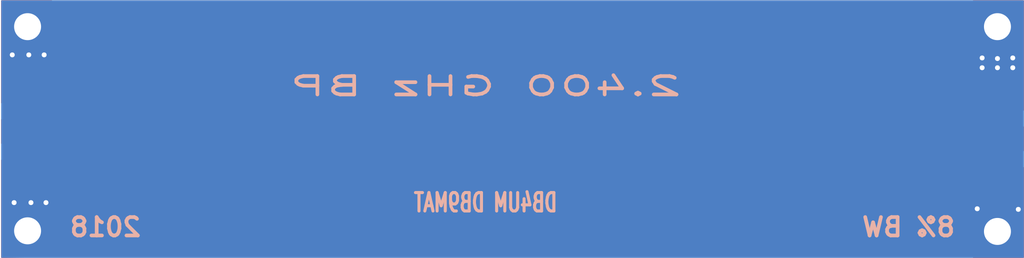
<source format=kicad_pcb>
(kicad_pcb (version 4) (host pcbnew 4.0.7-e2-6376~58~ubuntu16.04.1)

  (general
    (links 12)
    (no_connects 4)
    (area 83.235714 83.1 191.164286 109.825)
    (thickness 1.6)
    (drawings 10)
    (tracks 80)
    (zones 0)
    (modules 10)
    (nets 7)
  )

  (page A4)
  (layers
    (0 F.Cu signal)
    (31 B.Cu signal hide)
    (32 B.Adhes user hide)
    (33 F.Adhes user hide)
    (34 B.Paste user hide)
    (35 F.Paste user hide)
    (36 B.SilkS user hide)
    (37 F.SilkS user hide)
    (38 B.Mask user hide)
    (39 F.Mask user hide)
    (40 Dwgs.User user hide)
    (41 Cmts.User user hide)
    (42 Eco1.User user hide)
    (43 Eco2.User user hide)
    (44 Edge.Cuts user hide)
    (45 Margin user hide)
    (46 B.CrtYd user hide)
    (47 F.CrtYd user hide)
    (48 B.Fab user hide)
    (49 F.Fab user hide)
  )

  (setup
    (last_trace_width 0.25)
    (trace_clearance 0.2)
    (zone_clearance 0)
    (zone_45_only no)
    (trace_min 0.2)
    (segment_width 0.2)
    (edge_width 0.00001)
    (via_size 0.6)
    (via_drill 0.4)
    (via_min_size 0.4)
    (via_min_drill 0.3)
    (uvia_size 0.3)
    (uvia_drill 0.1)
    (uvias_allowed no)
    (uvia_min_size 0.2)
    (uvia_min_drill 0.1)
    (pcb_text_width 0.3)
    (pcb_text_size 1.5 1.5)
    (mod_edge_width 0.15)
    (mod_text_size 1 1)
    (mod_text_width 0.15)
    (pad_size 3.8 3.8)
    (pad_drill 2.2)
    (pad_to_mask_clearance 0.2)
    (aux_axis_origin 0 0)
    (visible_elements FFFFFF7F)
    (pcbplotparams
      (layerselection 0x00000_00000001)
      (usegerberextensions false)
      (excludeedgelayer true)
      (linewidth 0.100000)
      (plotframeref false)
      (viasonmask false)
      (mode 1)
      (useauxorigin false)
      (hpglpennumber 1)
      (hpglpenspeed 20)
      (hpglpendiameter 15)
      (hpglpenoverlay 2)
      (psnegative false)
      (psa4output false)
      (plotreference true)
      (plotvalue true)
      (plotinvisibletext false)
      (padsonsilk false)
      (subtractmaskfromsilk false)
      (outputformat 1)
      (mirror false)
      (drillshape 0)
      (scaleselection 1)
      (outputdirectory ../../../../Desktop/bp/))
  )

  (net 0 "")
  (net 1 "Net-(J1-Pad1)")
  (net 2 "Net-(bp1-Pad2)")
  (net 3 "Net-(bp2-Pad2)")
  (net 4 "Net-(bp3-Pad2)")
  (net 5 "Net-(J2-Pad1)")
  (net 6 GND)

  (net_class Default "This is the default net class."
    (clearance 0.2)
    (trace_width 0.25)
    (via_dia 0.6)
    (via_drill 0.4)
    (uvia_dia 0.3)
    (uvia_drill 0.1)
    (add_net GND)
    (add_net "Net-(J1-Pad1)")
    (add_net "Net-(J2-Pad1)")
    (add_net "Net-(bp1-Pad2)")
    (add_net "Net-(bp2-Pad2)")
    (add_net "Net-(bp3-Pad2)")
  )

  (module BP_pcb_lib:BP2,4GHz_1 (layer F.Cu) (tedit 5A53AFC5) (tstamp 5A53A81F)
    (at 112.008766 97.355155 14)
    (path /5A53B012)
    (fp_text reference bp1 (at 0 6.25 14) (layer F.SilkS) hide
      (effects (font (size 1 1) (thickness 0.15)))
    )
    (fp_text value BP2,4GHz1 (at 0 -4.75 14) (layer F.Fab) hide
      (effects (font (size 1 1) (thickness 0.15)))
    )
    (pad 1 smd rect (at 0 -1.295 14) (size 16.4 2.17) (layers F.Cu F.Paste F.Mask)
      (net 1 "Net-(J1-Pad1)"))
    (pad 2 smd rect (at 0 1.295 14) (size 16.4 2.17) (layers F.Cu F.Paste F.Mask)
      (net 2 "Net-(bp1-Pad2)"))
  )

  (module BP_pcb_lib:BP2,4GHz_2 (layer F.Cu) (tedit 5A53AFD3) (tstamp 5A53A825)
    (at 128.7522 97.380299 14)
    (path /5A53B0CF)
    (fp_text reference bp2 (at 0 -6 14) (layer F.SilkS) hide
      (effects (font (size 1 1) (thickness 0.15)))
    )
    (fp_text value BP2,4GHz1 (at 0 5.75 14) (layer F.Fab) hide
      (effects (font (size 1 1) (thickness 0.15)))
    )
    (pad 1 smd rect (at 0 -2.615 14) (size 16.09 2.85) (layers F.Cu F.Paste F.Mask)
      (net 2 "Net-(bp1-Pad2)"))
    (pad 2 smd rect (at 0 2.615 14) (size 16.09 2.85) (layers F.Cu F.Paste F.Mask)
      (net 3 "Net-(bp2-Pad2)"))
  )

  (module BP_pcb_lib:BP2,4GHz_2 (layer F.Cu) (tedit 5A53AFDA) (tstamp 5A53A82B)
    (at 145.62951 98.562422 14)
    (path /5A53B0FC)
    (fp_text reference bp3 (at 0 -6 14) (layer F.SilkS) hide
      (effects (font (size 1 1) (thickness 0.15)))
    )
    (fp_text value BP2,4GHz1 (at 0 5.75 14) (layer F.Fab) hide
      (effects (font (size 1 1) (thickness 0.15)))
    )
    (pad 1 smd rect (at 0 -2.615 14) (size 16.09 2.85) (layers F.Cu F.Paste F.Mask)
      (net 3 "Net-(bp2-Pad2)"))
    (pad 2 smd rect (at 0 2.615 14) (size 16.09 2.85) (layers F.Cu F.Paste F.Mask)
      (net 4 "Net-(bp3-Pad2)"))
  )

  (module BP_pcb_lib:BP2,4GHz_1 (layer F.Cu) (tedit 5A53AFDF) (tstamp 5A53A831)
    (at 162.36 98.6 14)
    (path /5A53B135)
    (fp_text reference bp4 (at 0 6.25 14) (layer F.SilkS) hide
      (effects (font (size 1 1) (thickness 0.15)))
    )
    (fp_text value BP2,4GHz1 (at 0 -4.75 14) (layer F.Fab) hide
      (effects (font (size 1 1) (thickness 0.15)))
    )
    (pad 1 smd rect (at 0 -1.295 14) (size 16.4 2.17) (layers F.Cu F.Paste F.Mask)
      (net 4 "Net-(bp3-Pad2)"))
    (pad 2 smd rect (at 0 1.295 14) (size 16.4 2.17) (layers F.Cu F.Paste F.Mask)
      (net 5 "Net-(J2-Pad1)"))
  )

  (module BP_pcb_lib:SMA (layer F.Cu) (tedit 5A53B1C9) (tstamp 5A53A838)
    (at 95.65 97.7)
    (path /5A53A607)
    (fp_text reference J1 (at 2.25 7.5) (layer F.SilkS) hide
      (effects (font (size 1 1) (thickness 0.15)))
    )
    (fp_text value Conn_Coaxial (at 2 -8) (layer F.Fab) hide
      (effects (font (size 1 1) (thickness 0.15)))
    )
    (pad 1 smd rect (at 2 0) (size 4 2) (layers F.Cu F.Paste F.Mask)
      (net 1 "Net-(J1-Pad1)"))
    (pad 2 smd rect (at 2 -3.775) (size 4 3) (layers F.Cu F.Paste F.Mask)
      (net 6 GND))
    (pad 3 smd rect (at 2 3.775) (size 4 3) (layers F.Cu F.Paste F.Mask)
      (net 6 GND))
  )

  (module BP_pcb_lib:SMA (layer F.Cu) (tedit 5A53B1D0) (tstamp 5A53A83F)
    (at 174.75 98.3)
    (path /5A53A64C)
    (fp_text reference J2 (at 2.25 7.5) (layer F.SilkS) hide
      (effects (font (size 1 1) (thickness 0.15)))
    )
    (fp_text value Conn_Coaxial (at 2 -8) (layer F.Fab) hide
      (effects (font (size 1 1) (thickness 0.15)))
    )
    (pad 1 smd rect (at 2 0) (size 4 2) (layers F.Cu F.Paste F.Mask)
      (net 5 "Net-(J2-Pad1)"))
    (pad 2 smd rect (at 2 -3.775) (size 4 3) (layers F.Cu F.Paste F.Mask)
      (net 6 GND))
    (pad 3 smd rect (at 2 3.775) (size 4 3) (layers F.Cu F.Paste F.Mask)
      (net 6 GND))
  )

  (module Mounting_Holes:MountingHole_2.2mm_M2_DIN965_Pad (layer F.Cu) (tedit 5A54BBF9) (tstamp 5A56DACD)
    (at 97.65 89.15)
    (descr "Mounting Hole 2.2mm, M2, DIN965")
    (tags "mounting hole 2.2mm m2 din965")
    (attr virtual)
    (fp_text reference REF** (at 0 -2.9) (layer F.SilkS) hide
      (effects (font (size 1 1) (thickness 0.15)))
    )
    (fp_text value MountingHole_2.2mm_M2_DIN965_Pad (at 0 2.9) (layer F.Fab) hide
      (effects (font (size 1 1) (thickness 0.15)))
    )
    (fp_text user %R (at 0.3 0) (layer F.Fab) hide
      (effects (font (size 1 1) (thickness 0.15)))
    )
    (fp_circle (center 0 0) (end 1.9 0) (layer Cmts.User) (width 0.15))
    (fp_circle (center 0 0) (end 2.15 0) (layer F.CrtYd) (width 0.05))
    (pad 1 thru_hole circle (at 0 0) (size 3.8 3.8) (drill 2.2) (layers *.Cu *.Mask)
      (net 6 GND))
  )

  (module Mounting_Holes:MountingHole_2.2mm_M2_DIN965_Pad (layer F.Cu) (tedit 5A54A557) (tstamp 5A56DAFB)
    (at 176.75 89.15)
    (descr "Mounting Hole 2.2mm, M2, DIN965")
    (tags "mounting hole 2.2mm m2 din965")
    (attr virtual)
    (fp_text reference REF** (at 0 -2.9) (layer F.SilkS) hide
      (effects (font (size 1 1) (thickness 0.15)))
    )
    (fp_text value MountingHole_2.2mm_M2_DIN965_Pad (at 0 2.9) (layer F.Fab) hide
      (effects (font (size 1 1) (thickness 0.15)))
    )
    (fp_text user e%R (at 0.3 0) (layer F.Fab) hide
      (effects (font (size 1 1) (thickness 0.15)))
    )
    (fp_circle (center 0 0) (end 1.9 0) (layer Cmts.User) (width 0.15))
    (fp_circle (center 0 0) (end 2.15 0) (layer F.CrtYd) (width 0.05))
    (pad 1 thru_hole circle (at 0 0) (size 3.8 3.8) (drill 2.2) (layers *.Cu *.Mask)
      (net 6 GND))
  )

  (module Mounting_Holes:MountingHole_2.2mm_M2_DIN965_Pad (layer F.Cu) (tedit 5A54BC31) (tstamp 5A56DAFC)
    (at 176.75 105.85)
    (descr "Mounting Hole 2.2mm, M2, DIN965")
    (tags "mounting hole 2.2mm m2 din965")
    (attr virtual)
    (fp_text reference REF** (at 0 -2.9) (layer F.SilkS) hide
      (effects (font (size 1 1) (thickness 0.15)))
    )
    (fp_text value MountingHole_2.2mm_M2_DIN965_Pad (at 0 2.9) (layer F.Fab) hide
      (effects (font (size 1 1) (thickness 0.15)))
    )
    (fp_text user %R (at 0.3 0) (layer F.Fab) hide
      (effects (font (size 1 1) (thickness 0.15)))
    )
    (fp_circle (center 0 0) (end 1.9 0) (layer Cmts.User) (width 0.15))
    (fp_circle (center 0 0) (end 2.15 0) (layer F.CrtYd) (width 0.05))
    (pad 1 thru_hole circle (at 0 0) (size 3.8 3.8) (drill 2.2) (layers *.Cu *.Mask)
      (net 6 GND))
  )

  (module Mounting_Holes:MountingHole_2.2mm_M2_DIN965_Pad (layer F.Cu) (tedit 5A54A7E2) (tstamp 5A56DBD4)
    (at 97.65 105.8)
    (descr "Mounting Hole 2.2mm, M2, DIN965")
    (tags "mounting hole 2.2mm m2 din965")
    (attr virtual)
    (fp_text reference REF** (at 0 -2.9) (layer F.SilkS) hide
      (effects (font (size 1 1) (thickness 0.15)))
    )
    (fp_text value MountingHole_2.2mm_M2_DIN965_Pad (at 0 2.9) (layer F.Fab) hide
      (effects (font (size 1 1) (thickness 0.15)))
    )
    (fp_text user %R (at 0.3 0) (layer F.Fab) hide
      (effects (font (size 1 1) (thickness 0.15)))
    )
    (fp_circle (center 0 0) (end 1.9 0) (layer Cmts.User) (width 0.15))
    (fp_circle (center 0 0) (end 2.15 0) (layer F.CrtYd) (width 0.05))
    (pad 1 thru_hole circle (at 0 0) (size 3.8 3.8) (drill 2.2) (layers *.Cu *.Mask)
      (net 6 GND))
  )

  (dimension 83.4 (width 0.3) (layer Dwgs.User)
    (gr_text "83.400 mm" (at 137.2 84.45) (layer Dwgs.User)
      (effects (font (size 1.5 1.5) (thickness 0.3)))
    )
    (feature1 (pts (xy 178.9 87) (xy 178.9 83.1)))
    (feature2 (pts (xy 95.5 87) (xy 95.5 83.1)))
    (crossbar (pts (xy 95.5 85.8) (xy 178.9 85.8)))
    (arrow1a (pts (xy 178.9 85.8) (xy 177.773496 86.386421)))
    (arrow1b (pts (xy 178.9 85.8) (xy 177.773496 85.213579)))
    (arrow2a (pts (xy 95.5 85.8) (xy 96.626504 86.386421)))
    (arrow2b (pts (xy 95.5 85.8) (xy 96.626504 85.213579)))
  )
  (dimension 21 (width 0.3) (layer Dwgs.User)
    (gr_text "21.000 mm" (at 91.65 97.5 90) (layer Dwgs.User)
      (effects (font (size 1.5 1.5) (thickness 0.3)))
    )
    (feature1 (pts (xy 95.5 87) (xy 90.3 87)))
    (feature2 (pts (xy 95.5 108) (xy 90.3 108)))
    (crossbar (pts (xy 93 108) (xy 93 87)))
    (arrow1a (pts (xy 93 87) (xy 93.586421 88.126504)))
    (arrow1b (pts (xy 93 87) (xy 92.413579 88.126504)))
    (arrow2a (pts (xy 93 108) (xy 93.586421 106.873496)))
    (arrow2b (pts (xy 93 108) (xy 92.413579 106.873496)))
  )
  (gr_text "8% BW" (at 169.5 105.5) (layer B.SilkS)
    (effects (font (size 1.5 1.5) (thickness 0.3)) (justify mirror))
  )
  (gr_text "DB4UM DB9MAT" (at 135 103.5) (layer B.SilkS)
    (effects (font (size 1.5 1) (thickness 0.25)) (justify mirror))
  )
  (gr_text 2018 (at 104 105.5) (layer B.SilkS)
    (effects (font (size 1.5 1.5) (thickness 0.3)) (justify mirror))
  )
  (gr_text "2.400 GHz BP" (at 135 94) (layer B.SilkS)
    (effects (font (size 1.5 3) (thickness 0.3)) (justify mirror))
  )
  (gr_line (start 95.5 87) (end 178.9 87) (layer Edge.Cuts) (width 0.00001))
  (gr_line (start 178.9 108) (end 95.5 108) (layer Edge.Cuts) (width 0.00001))
  (gr_line (start 178.9 87) (end 178.9 108) (layer Edge.Cuts) (width 0.00001))
  (gr_line (start 95.5 108) (end 95.5 87) (layer Edge.Cuts) (width 0.00001))

  (segment (start 102.125 97.675) (end 102.85 96.95) (width 0.25) (layer F.Cu) (net 1))
  (segment (start 97.65 97.675) (end 102.125 97.675) (width 0.25) (layer F.Cu) (net 1))
  (segment (start 174.225 98.125) (end 169.019305 98.125) (width 0.25) (layer F.Cu) (net 5))
  (segment (start 176.75 98.4) (end 174.5 98.4) (width 0.25) (layer F.Cu) (net 5))
  (segment (start 174.5 98.4) (end 174.225 98.125) (width 0.25) (layer F.Cu) (net 5))
  (segment (start 175.1 104) (end 178.4 104) (width 0.25) (layer F.Cu) (net 6))
  (segment (start 178.4 104) (end 178.45 104.05) (width 0.25) (layer F.Cu) (net 6))
  (segment (start 176.75 105.85) (end 176.75 105.65) (width 0.25) (layer B.Cu) (net 6))
  (segment (start 176.75 105.65) (end 175.1 104) (width 0.25) (layer B.Cu) (net 6))
  (via (at 175.1 104) (size 0.6) (drill 0.4) (layers F.Cu B.Cu) (net 6))
  (segment (start 178 91.7) (end 176.75 90.45) (width 0.25) (layer B.Cu) (net 6))
  (segment (start 176.75 90.45) (end 176.75 89.15) (width 0.25) (layer B.Cu) (net 6))
  (segment (start 176.75 91.75) (end 177.95 91.75) (width 0.25) (layer F.Cu) (net 6))
  (via (at 178 91.7) (size 0.6) (drill 0.4) (layers F.Cu B.Cu) (net 6))
  (segment (start 177.95 91.75) (end 178 91.7) (width 0.25) (layer F.Cu) (net 6))
  (segment (start 176.75 92.775) (end 176.75 91.75) (width 0.25) (layer F.Cu) (net 6))
  (segment (start 176.75 91.75) (end 176.75 89.25) (width 0.25) (layer F.Cu) (net 6))
  (segment (start 175.5 91.7) (end 176.7 91.7) (width 0.25) (layer B.Cu) (net 6))
  (segment (start 176.7 91.7) (end 176.75 91.75) (width 0.25) (layer B.Cu) (net 6))
  (via (at 176.75 91.75) (size 0.6) (drill 0.4) (layers F.Cu B.Cu) (net 6))
  (segment (start 97.65 93.925) (end 97.65 91.55) (width 0.25) (layer F.Cu) (net 6))
  (segment (start 97.65 91.55) (end 97.75 91.45) (width 0.25) (layer F.Cu) (net 6))
  (segment (start 99 89.8) (end 99 89.5) (width 0.25) (layer F.Cu) (net 6))
  (segment (start 99 89.5) (end 97.75 88.25) (width 0.25) (layer F.Cu) (net 6))
  (segment (start 97.8 89.85) (end 98.95 89.85) (width 0.25) (layer B.Cu) (net 6))
  (segment (start 98.95 89.85) (end 99 89.8) (width 0.25) (layer B.Cu) (net 6))
  (segment (start 96.45 89.85) (end 97.8 89.85) (width 0.25) (layer F.Cu) (net 6))
  (segment (start 96.4 91.45) (end 96.4 90.4) (width 0.25) (layer B.Cu) (net 6))
  (segment (start 96.4 89.9) (end 96.45 89.85) (width 0.25) (layer B.Cu) (net 6))
  (segment (start 97.75 91.45) (end 96.4 91.45) (width 0.25) (layer F.Cu) (net 6))
  (via (at 96.4 91.45) (size 0.6) (drill 0.4) (layers F.Cu B.Cu) (net 6))
  (segment (start 99 91.45) (end 97.75 91.45) (width 0.25) (layer B.Cu) (net 6))
  (via (at 97.75 91.45) (size 0.6) (drill 0.4) (layers F.Cu B.Cu) (net 6))
  (segment (start 97.65 93.925) (end 97.65 92.175) (width 0.25) (layer F.Cu) (net 6))
  (segment (start 97.65 91.675) (end 97.875 91.45) (width 0.25) (layer F.Cu) (net 6))
  (segment (start 97.875 91.45) (end 99 91.45) (width 0.25) (layer F.Cu) (net 6))
  (via (at 99 91.45) (size 0.6) (drill 0.4) (layers F.Cu B.Cu) (net 6))
  (segment (start 176.75 88.75) (end 97.75 88.75) (width 0.25) (layer B.Cu) (net 6))
  (segment (start 178 92.5) (end 177 92.5) (width 0.25) (layer B.Cu) (net 6))
  (via (at 176.75 92.5) (size 0.6) (drill 0.4) (layers F.Cu B.Cu) (net 6))
  (segment (start 177 90.9) (end 178 90.9) (width 0.25) (layer F.Cu) (net 6))
  (segment (start 175.5 90.9) (end 177 90.9) (width 0.25) (layer B.Cu) (net 6))
  (segment (start 175.5 92.5) (end 175.5 91.5) (width 0.25) (layer F.Cu) (net 6))
  (via (at 175.5 91.7) (size 0.6) (drill 0.4) (layers F.Cu B.Cu) (net 6))
  (segment (start 176.75 92.5) (end 175.5 92.5) (width 0.25) (layer B.Cu) (net 6))
  (via (at 175.5 92.5) (size 0.6) (drill 0.4) (layers F.Cu B.Cu) (net 6))
  (segment (start 178 92.5) (end 176.75 92.5) (width 0.25) (layer F.Cu) (net 6))
  (segment (start 176.75 94.525) (end 176.75 92.775) (width 0.25) (layer F.Cu) (net 6))
  (segment (start 176.75 92.775) (end 177.025 92.5) (width 0.25) (layer F.Cu) (net 6))
  (segment (start 177.025 92.5) (end 177.575736 92.5) (width 0.25) (layer F.Cu) (net 6))
  (segment (start 177.575736 92.5) (end 178 92.5) (width 0.25) (layer F.Cu) (net 6))
  (segment (start 177 104.2) (end 177.299999 103.900001) (width 0.25) (layer B.Cu) (net 6))
  (segment (start 177.299999 103.900001) (end 177.299999 89.799999) (width 0.25) (layer B.Cu) (net 6))
  (segment (start 177.299999 89.199999) (end 177.049999 88.949999) (width 0.25) (layer B.Cu) (net 6))
  (segment (start 177.049999 88.949999) (end 176.75 88.65) (width 0.25) (layer B.Cu) (net 6))
  (segment (start 177 104.2) (end 177 102.325) (width 0.25) (layer F.Cu) (net 6))
  (segment (start 177 102.325) (end 176.75 102.075) (width 0.25) (layer F.Cu) (net 6))
  (segment (start 177 104.2) (end 175.5 104.2) (width 0.25) (layer F.Cu) (net 6))
  (segment (start 178.25 104.2) (end 177 104.2) (width 0.25) (layer B.Cu) (net 6))
  (segment (start 178.25 105) (end 178.25 104.2) (width 0.25) (layer F.Cu) (net 6))
  (via (at 178.45 104.05) (size 0.6) (drill 0.4) (layers F.Cu B.Cu) (net 6))
  (segment (start 177 105) (end 178.25 105) (width 0.25) (layer B.Cu) (net 6))
  (segment (start 175.5 105) (end 177 105) (width 0.25) (layer F.Cu) (net 6))
  (segment (start 173.1 107.4) (end 175.5 105) (width 0.25) (layer B.Cu) (net 6))
  (segment (start 99.15 104.8) (end 99.75 105.4) (width 0.25) (layer B.Cu) (net 6))
  (segment (start 99.15 104.55) (end 99.15 106.8) (width 0.25) (layer B.Cu) (net 6))
  (segment (start 97.9 104.5) (end 99.1 104.5) (width 0.25) (layer B.Cu) (net 6))
  (segment (start 99.1 104.5) (end 99.15 104.55) (width 0.25) (layer B.Cu) (net 6))
  (segment (start 96.55 104.5) (end 97.9 104.5) (width 0.25) (layer F.Cu) (net 6))
  (segment (start 96.55 103.5) (end 96.55 104.5) (width 0.25) (layer B.Cu) (net 6))
  (segment (start 97.925 103.5) (end 96.55 103.5) (width 0.25) (layer F.Cu) (net 6))
  (via (at 96.55 103.5) (size 0.6) (drill 0.4) (layers F.Cu B.Cu) (net 6))
  (segment (start 99.15 103.5) (end 97.925 103.5) (width 0.25) (layer B.Cu) (net 6))
  (via (at 97.925 103.5) (size 0.6) (drill 0.4) (layers F.Cu B.Cu) (net 6))
  (segment (start 97.65 101.475) (end 97.65 103.225) (width 0.25) (layer F.Cu) (net 6))
  (segment (start 97.65 103.225) (end 97.925 103.5) (width 0.25) (layer F.Cu) (net 6))
  (segment (start 97.925 103.5) (end 99.15 103.5) (width 0.25) (layer F.Cu) (net 6))
  (via (at 99.15 103.5) (size 0.6) (drill 0.4) (layers F.Cu B.Cu) (net 6))
  (segment (start 97.75 93.825) (end 97.65 93.925) (width 0.25) (layer F.Cu) (net 6))
  (via (at 178 92.5) (size 0.6) (drill 0.4) (layers F.Cu B.Cu) (net 6))

  (zone (net 5) (net_name "Net-(J2-Pad1)") (layer F.Cu) (tstamp 0) (hatch full 0.508)
    (connect_pads yes (clearance 0))
    (min_thickness 0.026)
    (fill yes (arc_segments 32) (thermal_gap 0) (thermal_bridge_width 0.5))
    (polygon
      (pts
        (xy 178.9 97.7) (xy 178.9 97.3) (xy 173.85 96.8) (xy 170.4 96.8) (xy 170.3 96.85)
        (xy 166.175 99.775) (xy 173.85 99.775) (xy 178.9 99.3) (xy 178.9 98.5)
      )
    )
    (filled_polygon
      (pts
        (xy 178.886995 97.311777) (xy 178.886995 99.288165) (xy 173.849389 99.762) (xy 166.215809 99.762) (xy 170.306707 96.861182)
        (xy 170.40307 96.813) (xy 173.849355 96.813)
      )
    )
  )
  (zone (net 1) (net_name "Net-(J1-Pad1)") (layer F.Cu) (tstamp 0) (hatch edge 0.508)
    (connect_pads yes (clearance 0))
    (min_thickness 0.05)
    (fill yes (arc_segments 16) (thermal_gap 0) (thermal_bridge_width 0.5))
    (polygon
      (pts
        (xy 95.5 96.7) (xy 100.5 96.2) (xy 107.325 96.2) (xy 107.35 97.6) (xy 103.975 99.15)
        (xy 100.5 99.15) (xy 95.5 98.7) (xy 95.5 98)
      )
    )
    (filled_polygon
      (pts
        (xy 107.324712 97.584103) (xy 103.969533 99.125) (xy 100.501119 99.125) (xy 95.525005 98.677149) (xy 95.525005 96.722624)
        (xy 100.501248 96.225) (xy 107.300442 96.225)
      )
    )
  )
  (zone (net 6) (net_name GND) (layer F.Cu) (tstamp 0) (hatch edge 0.508)
    (connect_pads yes (clearance 0))
    (min_thickness 0.05)
    (fill yes (arc_segments 16) (thermal_gap 0) (thermal_bridge_width 0.5))
    (polygon
      (pts
        (xy 174.75 96) (xy 174.75 87) (xy 178.9 87) (xy 178.9 96)
      )
    )
    (filled_polygon
      (pts
        (xy 178.874995 95.975) (xy 174.775 95.975) (xy 174.775 87.025005) (xy 178.874995 87.025005)
      )
    )
  )
  (zone (net 6) (net_name GND) (layer F.Cu) (tstamp 0) (hatch edge 0.508)
    (connect_pads yes (clearance 0))
    (min_thickness 0.05)
    (fill yes (arc_segments 16) (thermal_gap 0) (thermal_bridge_width 0.5))
    (polygon
      (pts
        (xy 95.5 95.4) (xy 95.5 87) (xy 99.65 87) (xy 99.65 95.4)
      )
    )
    (filled_polygon
      (pts
        (xy 99.625 95.375) (xy 95.525005 95.375) (xy 95.525005 87.025005) (xy 99.625 87.025005)
      )
    )
  )
  (zone (net 6) (net_name GND) (layer F.Cu) (tstamp 0) (hatch edge 0.508)
    (connect_pads yes (clearance 0))
    (min_thickness 0.05)
    (fill yes (arc_segments 16) (thermal_gap 0) (thermal_bridge_width 0.5))
    (polygon
      (pts
        (xy 174.75 100.6) (xy 174.75 108) (xy 178.9 108) (xy 178.9 100.6)
      )
    )
    (filled_polygon
      (pts
        (xy 178.874995 107.974995) (xy 174.775 107.974995) (xy 174.775 100.625) (xy 178.874995 100.625)
      )
    )
  )
  (zone (net 6) (net_name GND) (layer F.Cu) (tstamp 0) (hatch edge 0.508)
    (connect_pads yes (clearance 0))
    (min_thickness 0.05)
    (fill yes (arc_segments 16) (thermal_gap 0) (thermal_bridge_width 0.5))
    (polygon
      (pts
        (xy 99.65 99.95) (xy 99.65 107.95) (xy 95.5 108) (xy 95.5 100)
      )
    )
    (filled_polygon
      (pts
        (xy 99.625 107.9253) (xy 95.525005 107.974697) (xy 95.525005 100.0247) (xy 99.625 99.975303)
      )
    )
  )
  (zone (net 6) (net_name GND) (layer B.Cu) (tstamp 0) (hatch edge 0.508)
    (connect_pads yes (clearance 0))
    (min_thickness 0.05)
    (fill yes (arc_segments 16) (thermal_gap 0) (thermal_bridge_width 0.5))
    (polygon
      (pts
        (xy 95.5 86.95) (xy 95.5 108) (xy 178.9 108) (xy 178.9 87)
      )
    )
    (filled_polygon
      (pts
        (xy 178.874995 107.974995) (xy 95.525005 107.974995) (xy 95.525005 87.025005) (xy 178.874995 87.025005)
      )
    )
  )
  (zone (net 0) (net_name "") (layer F.Mask) (tstamp 0) (hatch edge 0.508)
    (connect_pads yes (clearance 0))
    (min_thickness 0.05)
    (fill yes (arc_segments 16) (thermal_gap 0) (thermal_bridge_width 0.5))
    (polygon
      (pts
        (xy 102.5 87) (xy 102.5 108) (xy 172 108) (xy 172 87)
      )
    )
    (filled_polygon
      (pts
        (xy 171.975 107.975) (xy 102.525 107.975) (xy 102.525 87.025) (xy 171.975 87.025)
      )
    )
  )
  (zone (net 0) (net_name "") (layer F.Mask) (tstamp 0) (hatch edge 0.508)
    (connect_pads yes (clearance 0))
    (min_thickness 0.05)
    (fill yes (arc_segments 16) (thermal_gap 0) (thermal_bridge_width 0.5))
    (polygon
      (pts
        (xy 95.05 87) (xy 101.5 87) (xy 101.5 108) (xy 95.05 108)
      )
    )
    (filled_polygon
      (pts
        (xy 101.475 107.975) (xy 95.075 107.975) (xy 95.075 87.025) (xy 101.475 87.025)
      )
    )
  )
  (zone (net 0) (net_name "") (layer F.Mask) (tstamp 0) (hatch edge 0.508)
    (connect_pads yes (clearance 0))
    (min_thickness 0.05)
    (fill yes (arc_segments 16) (thermal_gap 0) (thermal_bridge_width 0.5))
    (polygon
      (pts
        (xy 173 108) (xy 173 87) (xy 179 87) (xy 179 108)
      )
    )
    (filled_polygon
      (pts
        (xy 178.975 107.975) (xy 173.025 107.975) (xy 173.025 87.025) (xy 178.975 87.025)
      )
    )
  )
  (zone (net 0) (net_name "") (layer F.Mask) (tstamp 0) (hatch edge 0.508)
    (connect_pads yes (clearance 0))
    (min_thickness 0.05)
    (fill yes (arc_segments 16) (thermal_gap 0) (thermal_bridge_width 0.5))
    (polygon
      (pts
        (xy 170.5 87) (xy 175 87) (xy 175 96) (xy 171.5 96)
      )
    )
    (filled_polygon
      (pts
        (xy 174.975 95.975) (xy 171.522376 95.975) (xy 170.527932 87.025) (xy 174.975 87.025)
      )
    )
  )
  (zone (net 0) (net_name "") (layer F.Mask) (tstamp 0) (hatch edge 0.508)
    (connect_pads yes (clearance 0))
    (min_thickness 0.05)
    (fill yes (arc_segments 16) (thermal_gap 0) (thermal_bridge_width 0.5))
    (polygon
      (pts
        (xy 171.5 100.5) (xy 174 100.5) (xy 174 108) (xy 171.5 108)
      )
    )
    (filled_polygon
      (pts
        (xy 173.975 107.975) (xy 171.525 107.975) (xy 171.525 100.525) (xy 173.975 100.525)
      )
    )
  )
  (zone (net 0) (net_name "") (layer F.Mask) (tstamp 0) (hatch edge 0.508)
    (connect_pads yes (clearance 0))
    (min_thickness 0.05)
    (fill yes (arc_segments 16) (thermal_gap 0) (thermal_bridge_width 0.5))
    (polygon
      (pts
        (xy 101.5 100) (xy 102.5 100) (xy 102.5 108) (xy 101.5 108)
      )
    )
    (filled_polygon
      (pts
        (xy 102.475 107.975) (xy 101.525 107.975) (xy 101.525 100.025) (xy 102.475 100.025)
      )
    )
  )
  (zone (net 0) (net_name "") (layer F.Mask) (tstamp 0) (hatch edge 0.508)
    (connect_pads yes (clearance 0))
    (min_thickness 0.05)
    (fill yes (arc_segments 16) (thermal_gap 0) (thermal_bridge_width 0.5))
    (polygon
      (pts
        (xy 101.5 95.5) (xy 102.5 95.5) (xy 102.5 87) (xy 101.5 87)
      )
    )
    (filled_polygon
      (pts
        (xy 102.475 95.475) (xy 101.525 95.475) (xy 101.525 87.025) (xy 102.475 87.025)
      )
    )
  )
  (zone (net 4) (net_name "Net-(bp3-Pad2)") (layer F.Cu) (tstamp 0) (hatch edge 0.508)
    (connect_pads (clearance 0))
    (min_thickness 0.254)
    (fill yes (arc_segments 16) (thermal_gap 0.508) (thermal_bridge_width 0.508))
    (polygon
      (pts
        (xy 153.35 98.65) (xy 145.25 100.6) (xy 145.85 101.85) (xy 153.6 100.45) (xy 154.25 100.4)
        (xy 155 100.2) (xy 154.25 98.2)
      )
    )
    (filled_polygon
      (pts
        (xy 146.354639 100.945793) (xy 146.374045 100.940954) (xy 146.435493 101.18741) (xy 146.416088 101.192248) (xy 146.420927 101.211654)
        (xy 146.174471 101.273102) (xy 146.169633 101.253697) (xy 146.150227 101.258536) (xy 146.088779 101.01208) (xy 146.108184 101.007242)
        (xy 146.103345 100.987836) (xy 146.349801 100.926388)
      )
    )
  )
)

</source>
